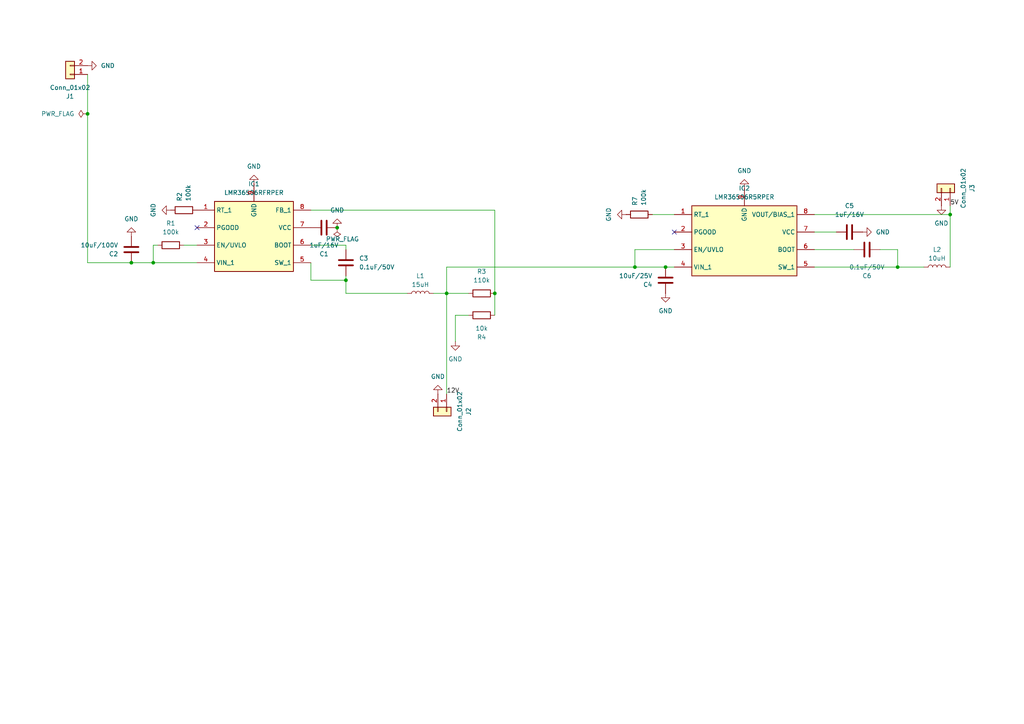
<source format=kicad_sch>
(kicad_sch
	(version 20250114)
	(generator "eeschema")
	(generator_version "9.0")
	(uuid "17aae63a-8b5d-4618-996b-4d9df9bcb383")
	(paper "A4")
	(lib_symbols
		(symbol "Connector_Generic:Conn_01x02"
			(pin_names
				(offset 1.016)
				(hide yes)
			)
			(exclude_from_sim no)
			(in_bom yes)
			(on_board yes)
			(property "Reference" "J"
				(at 0 2.54 0)
				(effects
					(font
						(size 1.27 1.27)
					)
				)
			)
			(property "Value" "Conn_01x02"
				(at 0 -5.08 0)
				(effects
					(font
						(size 1.27 1.27)
					)
				)
			)
			(property "Footprint" ""
				(at 0 0 0)
				(effects
					(font
						(size 1.27 1.27)
					)
					(hide yes)
				)
			)
			(property "Datasheet" "~"
				(at 0 0 0)
				(effects
					(font
						(size 1.27 1.27)
					)
					(hide yes)
				)
			)
			(property "Description" "Generic connector, single row, 01x02, script generated (kicad-library-utils/schlib/autogen/connector/)"
				(at 0 0 0)
				(effects
					(font
						(size 1.27 1.27)
					)
					(hide yes)
				)
			)
			(property "ki_keywords" "connector"
				(at 0 0 0)
				(effects
					(font
						(size 1.27 1.27)
					)
					(hide yes)
				)
			)
			(property "ki_fp_filters" "Connector*:*_1x??_*"
				(at 0 0 0)
				(effects
					(font
						(size 1.27 1.27)
					)
					(hide yes)
				)
			)
			(symbol "Conn_01x02_1_1"
				(rectangle
					(start -1.27 1.27)
					(end 1.27 -3.81)
					(stroke
						(width 0.254)
						(type default)
					)
					(fill
						(type background)
					)
				)
				(rectangle
					(start -1.27 0.127)
					(end 0 -0.127)
					(stroke
						(width 0.1524)
						(type default)
					)
					(fill
						(type none)
					)
				)
				(rectangle
					(start -1.27 -2.413)
					(end 0 -2.667)
					(stroke
						(width 0.1524)
						(type default)
					)
					(fill
						(type none)
					)
				)
				(pin passive line
					(at -5.08 0 0)
					(length 3.81)
					(name "Pin_1"
						(effects
							(font
								(size 1.27 1.27)
							)
						)
					)
					(number "1"
						(effects
							(font
								(size 1.27 1.27)
							)
						)
					)
				)
				(pin passive line
					(at -5.08 -2.54 0)
					(length 3.81)
					(name "Pin_2"
						(effects
							(font
								(size 1.27 1.27)
							)
						)
					)
					(number "2"
						(effects
							(font
								(size 1.27 1.27)
							)
						)
					)
				)
			)
			(embedded_fonts no)
		)
		(symbol "Device:C"
			(pin_numbers
				(hide yes)
			)
			(pin_names
				(offset 0.254)
			)
			(exclude_from_sim no)
			(in_bom yes)
			(on_board yes)
			(property "Reference" "C"
				(at 0.635 2.54 0)
				(effects
					(font
						(size 1.27 1.27)
					)
					(justify left)
				)
			)
			(property "Value" "C"
				(at 0.635 -2.54 0)
				(effects
					(font
						(size 1.27 1.27)
					)
					(justify left)
				)
			)
			(property "Footprint" ""
				(at 0.9652 -3.81 0)
				(effects
					(font
						(size 1.27 1.27)
					)
					(hide yes)
				)
			)
			(property "Datasheet" "~"
				(at 0 0 0)
				(effects
					(font
						(size 1.27 1.27)
					)
					(hide yes)
				)
			)
			(property "Description" "Unpolarized capacitor"
				(at 0 0 0)
				(effects
					(font
						(size 1.27 1.27)
					)
					(hide yes)
				)
			)
			(property "ki_keywords" "cap capacitor"
				(at 0 0 0)
				(effects
					(font
						(size 1.27 1.27)
					)
					(hide yes)
				)
			)
			(property "ki_fp_filters" "C_*"
				(at 0 0 0)
				(effects
					(font
						(size 1.27 1.27)
					)
					(hide yes)
				)
			)
			(symbol "C_0_1"
				(polyline
					(pts
						(xy -2.032 0.762) (xy 2.032 0.762)
					)
					(stroke
						(width 0.508)
						(type default)
					)
					(fill
						(type none)
					)
				)
				(polyline
					(pts
						(xy -2.032 -0.762) (xy 2.032 -0.762)
					)
					(stroke
						(width 0.508)
						(type default)
					)
					(fill
						(type none)
					)
				)
			)
			(symbol "C_1_1"
				(pin passive line
					(at 0 3.81 270)
					(length 2.794)
					(name "~"
						(effects
							(font
								(size 1.27 1.27)
							)
						)
					)
					(number "1"
						(effects
							(font
								(size 1.27 1.27)
							)
						)
					)
				)
				(pin passive line
					(at 0 -3.81 90)
					(length 2.794)
					(name "~"
						(effects
							(font
								(size 1.27 1.27)
							)
						)
					)
					(number "2"
						(effects
							(font
								(size 1.27 1.27)
							)
						)
					)
				)
			)
			(embedded_fonts no)
		)
		(symbol "Device:L"
			(pin_numbers
				(hide yes)
			)
			(pin_names
				(offset 1.016)
				(hide yes)
			)
			(exclude_from_sim no)
			(in_bom yes)
			(on_board yes)
			(property "Reference" "L"
				(at -1.27 0 90)
				(effects
					(font
						(size 1.27 1.27)
					)
				)
			)
			(property "Value" "L"
				(at 1.905 0 90)
				(effects
					(font
						(size 1.27 1.27)
					)
				)
			)
			(property "Footprint" ""
				(at 0 0 0)
				(effects
					(font
						(size 1.27 1.27)
					)
					(hide yes)
				)
			)
			(property "Datasheet" "~"
				(at 0 0 0)
				(effects
					(font
						(size 1.27 1.27)
					)
					(hide yes)
				)
			)
			(property "Description" "Inductor"
				(at 0 0 0)
				(effects
					(font
						(size 1.27 1.27)
					)
					(hide yes)
				)
			)
			(property "ki_keywords" "inductor choke coil reactor magnetic"
				(at 0 0 0)
				(effects
					(font
						(size 1.27 1.27)
					)
					(hide yes)
				)
			)
			(property "ki_fp_filters" "Choke_* *Coil* Inductor_* L_*"
				(at 0 0 0)
				(effects
					(font
						(size 1.27 1.27)
					)
					(hide yes)
				)
			)
			(symbol "L_0_1"
				(arc
					(start 0 2.54)
					(mid 0.6323 1.905)
					(end 0 1.27)
					(stroke
						(width 0)
						(type default)
					)
					(fill
						(type none)
					)
				)
				(arc
					(start 0 1.27)
					(mid 0.6323 0.635)
					(end 0 0)
					(stroke
						(width 0)
						(type default)
					)
					(fill
						(type none)
					)
				)
				(arc
					(start 0 0)
					(mid 0.6323 -0.635)
					(end 0 -1.27)
					(stroke
						(width 0)
						(type default)
					)
					(fill
						(type none)
					)
				)
				(arc
					(start 0 -1.27)
					(mid 0.6323 -1.905)
					(end 0 -2.54)
					(stroke
						(width 0)
						(type default)
					)
					(fill
						(type none)
					)
				)
			)
			(symbol "L_1_1"
				(pin passive line
					(at 0 3.81 270)
					(length 1.27)
					(name "1"
						(effects
							(font
								(size 1.27 1.27)
							)
						)
					)
					(number "1"
						(effects
							(font
								(size 1.27 1.27)
							)
						)
					)
				)
				(pin passive line
					(at 0 -3.81 90)
					(length 1.27)
					(name "2"
						(effects
							(font
								(size 1.27 1.27)
							)
						)
					)
					(number "2"
						(effects
							(font
								(size 1.27 1.27)
							)
						)
					)
				)
			)
			(embedded_fonts no)
		)
		(symbol "Device:R"
			(pin_numbers
				(hide yes)
			)
			(pin_names
				(offset 0)
			)
			(exclude_from_sim no)
			(in_bom yes)
			(on_board yes)
			(property "Reference" "R"
				(at 2.032 0 90)
				(effects
					(font
						(size 1.27 1.27)
					)
				)
			)
			(property "Value" "R"
				(at 0 0 90)
				(effects
					(font
						(size 1.27 1.27)
					)
				)
			)
			(property "Footprint" ""
				(at -1.778 0 90)
				(effects
					(font
						(size 1.27 1.27)
					)
					(hide yes)
				)
			)
			(property "Datasheet" "~"
				(at 0 0 0)
				(effects
					(font
						(size 1.27 1.27)
					)
					(hide yes)
				)
			)
			(property "Description" "Resistor"
				(at 0 0 0)
				(effects
					(font
						(size 1.27 1.27)
					)
					(hide yes)
				)
			)
			(property "ki_keywords" "R res resistor"
				(at 0 0 0)
				(effects
					(font
						(size 1.27 1.27)
					)
					(hide yes)
				)
			)
			(property "ki_fp_filters" "R_*"
				(at 0 0 0)
				(effects
					(font
						(size 1.27 1.27)
					)
					(hide yes)
				)
			)
			(symbol "R_0_1"
				(rectangle
					(start -1.016 -2.54)
					(end 1.016 2.54)
					(stroke
						(width 0.254)
						(type default)
					)
					(fill
						(type none)
					)
				)
			)
			(symbol "R_1_1"
				(pin passive line
					(at 0 3.81 270)
					(length 1.27)
					(name "~"
						(effects
							(font
								(size 1.27 1.27)
							)
						)
					)
					(number "1"
						(effects
							(font
								(size 1.27 1.27)
							)
						)
					)
				)
				(pin passive line
					(at 0 -3.81 90)
					(length 1.27)
					(name "~"
						(effects
							(font
								(size 1.27 1.27)
							)
						)
					)
					(number "2"
						(effects
							(font
								(size 1.27 1.27)
							)
						)
					)
				)
			)
			(embedded_fonts no)
		)
		(symbol "LMR36506R5RPER:LMR36506R5RPER"
			(exclude_from_sim no)
			(in_bom yes)
			(on_board yes)
			(property "Reference" "IC2"
				(at 20.32 7.62 0)
				(effects
					(font
						(size 1.27 1.27)
					)
				)
			)
			(property "Value" "LMR36506R5RPER"
				(at 20.32 5.08 0)
				(effects
					(font
						(size 1.27 1.27)
					)
				)
			)
			(property "Footprint" "LMR36506R5RPER:CONV_LMR36503MSC5RPERQ1"
				(at 36.83 -94.92 0)
				(effects
					(font
						(size 1.27 1.27)
					)
					(justify left top)
					(hide yes)
				)
			)
			(property "Datasheet" "https://www.ti.com/lit/ds/symlink/lmr36506.pdf?ts=1624134006847&ref_url=https%253A%252F%252Fwww.ti.com%252Fproduct%252FLMR36506"
				(at 36.83 -194.92 0)
				(effects
					(font
						(size 1.27 1.27)
					)
					(justify left top)
					(hide yes)
				)
			)
			(property "Description" "LMR36506R5RPER"
				(at 0 0 0)
				(effects
					(font
						(size 1.27 1.27)
					)
					(hide yes)
				)
			)
			(property "Height" "1"
				(at 36.83 -394.92 0)
				(effects
					(font
						(size 1.27 1.27)
					)
					(justify left top)
					(hide yes)
				)
			)
			(property "Mouser Part Number" "595-LMR36506R5RPER"
				(at 36.83 -494.92 0)
				(effects
					(font
						(size 1.27 1.27)
					)
					(justify left top)
					(hide yes)
				)
			)
			(property "Mouser Price/Stock" "https://www.mouser.co.uk/ProductDetail/Texas-Instruments/LMR36506R5RPER?qs=pUKx8fyJudCpnWxxh%2FOzpw%3D%3D"
				(at 36.83 -594.92 0)
				(effects
					(font
						(size 1.27 1.27)
					)
					(justify left top)
					(hide yes)
				)
			)
			(property "Manufacturer_Name" "Texas Instruments"
				(at 36.83 -694.92 0)
				(effects
					(font
						(size 1.27 1.27)
					)
					(justify left top)
					(hide yes)
				)
			)
			(property "Manufacturer_Part_Number" "LMR36506R5RPER"
				(at 36.83 -794.92 0)
				(effects
					(font
						(size 1.27 1.27)
					)
					(justify left top)
					(hide yes)
				)
			)
			(symbol "LMR36506R5RPER_1_1"
				(rectangle
					(start 5.08 2.54)
					(end 35.56 -17.78)
					(stroke
						(width 0.254)
						(type default)
					)
					(fill
						(type background)
					)
				)
				(pin passive line
					(at 0 0 0)
					(length 5.08)
					(name "RT_1"
						(effects
							(font
								(size 1.27 1.27)
							)
						)
					)
					(number "1"
						(effects
							(font
								(size 1.27 1.27)
							)
						)
					)
				)
				(pin passive line
					(at 0 -5.08 0)
					(length 5.08)
					(name "PGOOD"
						(effects
							(font
								(size 1.27 1.27)
							)
						)
					)
					(number "2"
						(effects
							(font
								(size 1.27 1.27)
							)
						)
					)
				)
				(pin passive line
					(at 0 -10.16 0)
					(length 5.08)
					(name "EN/UVLO"
						(effects
							(font
								(size 1.27 1.27)
							)
						)
					)
					(number "3"
						(effects
							(font
								(size 1.27 1.27)
							)
						)
					)
				)
				(pin passive line
					(at 0 -15.24 0)
					(length 5.08)
					(name "VIN_1"
						(effects
							(font
								(size 1.27 1.27)
							)
						)
					)
					(number "4"
						(effects
							(font
								(size 1.27 1.27)
							)
						)
					)
				)
				(pin passive line
					(at 20.32 7.62 270)
					(length 5.08)
					(name "GND"
						(effects
							(font
								(size 1.27 1.27)
							)
						)
					)
					(number "9"
						(effects
							(font
								(size 1.27 1.27)
							)
						)
					)
				)
				(pin passive line
					(at 40.64 0 180)
					(length 5.08)
					(name "VOUT/BIAS_1"
						(effects
							(font
								(size 1.27 1.27)
							)
						)
					)
					(number "8"
						(effects
							(font
								(size 1.27 1.27)
							)
						)
					)
				)
				(pin passive line
					(at 40.64 -5.08 180)
					(length 5.08)
					(name "VCC"
						(effects
							(font
								(size 1.27 1.27)
							)
						)
					)
					(number "7"
						(effects
							(font
								(size 1.27 1.27)
							)
						)
					)
				)
				(pin passive line
					(at 40.64 -10.16 180)
					(length 5.08)
					(name "BOOT"
						(effects
							(font
								(size 1.27 1.27)
							)
						)
					)
					(number "6"
						(effects
							(font
								(size 1.27 1.27)
							)
						)
					)
				)
				(pin passive line
					(at 40.64 -15.24 180)
					(length 5.08)
					(name "SW_1"
						(effects
							(font
								(size 1.27 1.27)
							)
						)
					)
					(number "5"
						(effects
							(font
								(size 1.27 1.27)
							)
						)
					)
				)
			)
			(embedded_fonts no)
		)
		(symbol "LMR36506RFRPER:LMR36506RFRPER"
			(exclude_from_sim no)
			(in_bom yes)
			(on_board yes)
			(property "Reference" "IC1"
				(at 16.51 7.62 0)
				(effects
					(font
						(size 1.27 1.27)
					)
				)
			)
			(property "Value" "LMR36506RFRPER"
				(at 16.51 5.08 0)
				(effects
					(font
						(size 1.27 1.27)
					)
				)
			)
			(property "Footprint" "Package_DFN_QFN:Texas_R-PUQFN-N12"
				(at 29.21 -94.92 0)
				(effects
					(font
						(size 1.27 1.27)
					)
					(justify left top)
					(hide yes)
				)
			)
			(property "Datasheet" "https://www.ti.com/lit/ds/symlink/lmr36506.pdf?ts=1630563273108&ref_url=https%253A%252F%252Fwww.ti.com%252Fproduct%252FLMR36506"
				(at 29.21 -194.92 0)
				(effects
					(font
						(size 1.27 1.27)
					)
					(justify left top)
					(hide yes)
				)
			)
			(property "Description" "Switching Voltage Regulators 3-V to 65-V, 0.6-A ultra-small synchronous buck converter with 4 A IQ 9-VQFN-HR -40 to 150"
				(at 0 0 0)
				(effects
					(font
						(size 1.27 1.27)
					)
					(hide yes)
				)
			)
			(property "Height" "1"
				(at 29.21 -394.92 0)
				(effects
					(font
						(size 1.27 1.27)
					)
					(justify left top)
					(hide yes)
				)
			)
			(property "Mouser Part Number" "595-LMR36506RFRPER"
				(at 29.21 -494.92 0)
				(effects
					(font
						(size 1.27 1.27)
					)
					(justify left top)
					(hide yes)
				)
			)
			(property "Mouser Price/Stock" "https://www.mouser.co.uk/ProductDetail/Texas-Instruments/LMR36506RFRPER?qs=pUKx8fyJudAlSngZLdWpbg%3D%3D"
				(at 29.21 -594.92 0)
				(effects
					(font
						(size 1.27 1.27)
					)
					(justify left top)
					(hide yes)
				)
			)
			(property "Manufacturer_Name" "Texas Instruments"
				(at 29.21 -694.92 0)
				(effects
					(font
						(size 1.27 1.27)
					)
					(justify left top)
					(hide yes)
				)
			)
			(property "Manufacturer_Part_Number" "LMR36506RFRPER"
				(at 29.21 -794.92 0)
				(effects
					(font
						(size 1.27 1.27)
					)
					(justify left top)
					(hide yes)
				)
			)
			(symbol "LMR36506RFRPER_1_1"
				(rectangle
					(start 5.08 2.54)
					(end 27.94 -17.78)
					(stroke
						(width 0.254)
						(type default)
					)
					(fill
						(type background)
					)
				)
				(pin passive line
					(at 0 0 0)
					(length 5.08)
					(name "RT_1"
						(effects
							(font
								(size 1.27 1.27)
							)
						)
					)
					(number "1"
						(effects
							(font
								(size 1.27 1.27)
							)
						)
					)
				)
				(pin passive line
					(at 0 -5.08 0)
					(length 5.08)
					(name "PGOOD"
						(effects
							(font
								(size 1.27 1.27)
							)
						)
					)
					(number "2"
						(effects
							(font
								(size 1.27 1.27)
							)
						)
					)
				)
				(pin passive line
					(at 0 -10.16 0)
					(length 5.08)
					(name "EN/UVLO"
						(effects
							(font
								(size 1.27 1.27)
							)
						)
					)
					(number "3"
						(effects
							(font
								(size 1.27 1.27)
							)
						)
					)
				)
				(pin passive line
					(at 0 -15.24 0)
					(length 5.08)
					(name "VIN_1"
						(effects
							(font
								(size 1.27 1.27)
							)
						)
					)
					(number "4"
						(effects
							(font
								(size 1.27 1.27)
							)
						)
					)
				)
				(pin passive line
					(at 16.51 7.62 270)
					(length 5.08)
					(name "GND"
						(effects
							(font
								(size 1.27 1.27)
							)
						)
					)
					(number "9"
						(effects
							(font
								(size 1.27 1.27)
							)
						)
					)
				)
				(pin passive line
					(at 33.02 0 180)
					(length 5.08)
					(name "FB_1"
						(effects
							(font
								(size 1.27 1.27)
							)
						)
					)
					(number "8"
						(effects
							(font
								(size 1.27 1.27)
							)
						)
					)
				)
				(pin passive line
					(at 33.02 -5.08 180)
					(length 5.08)
					(name "VCC"
						(effects
							(font
								(size 1.27 1.27)
							)
						)
					)
					(number "7"
						(effects
							(font
								(size 1.27 1.27)
							)
						)
					)
				)
				(pin passive line
					(at 33.02 -10.16 180)
					(length 5.08)
					(name "BOOT"
						(effects
							(font
								(size 1.27 1.27)
							)
						)
					)
					(number "6"
						(effects
							(font
								(size 1.27 1.27)
							)
						)
					)
				)
				(pin passive line
					(at 33.02 -15.24 180)
					(length 5.08)
					(name "SW_1"
						(effects
							(font
								(size 1.27 1.27)
							)
						)
					)
					(number "5"
						(effects
							(font
								(size 1.27 1.27)
							)
						)
					)
				)
			)
			(embedded_fonts no)
		)
		(symbol "power:GND"
			(power)
			(pin_numbers
				(hide yes)
			)
			(pin_names
				(offset 0)
				(hide yes)
			)
			(exclude_from_sim no)
			(in_bom yes)
			(on_board yes)
			(property "Reference" "#PWR"
				(at 0 -6.35 0)
				(effects
					(font
						(size 1.27 1.27)
					)
					(hide yes)
				)
			)
			(property "Value" "GND"
				(at 0 -3.81 0)
				(effects
					(font
						(size 1.27 1.27)
					)
				)
			)
			(property "Footprint" ""
				(at 0 0 0)
				(effects
					(font
						(size 1.27 1.27)
					)
					(hide yes)
				)
			)
			(property "Datasheet" ""
				(at 0 0 0)
				(effects
					(font
						(size 1.27 1.27)
					)
					(hide yes)
				)
			)
			(property "Description" "Power symbol creates a global label with name \"GND\" , ground"
				(at 0 0 0)
				(effects
					(font
						(size 1.27 1.27)
					)
					(hide yes)
				)
			)
			(property "ki_keywords" "global power"
				(at 0 0 0)
				(effects
					(font
						(size 1.27 1.27)
					)
					(hide yes)
				)
			)
			(symbol "GND_0_1"
				(polyline
					(pts
						(xy 0 0) (xy 0 -1.27) (xy 1.27 -1.27) (xy 0 -2.54) (xy -1.27 -1.27) (xy 0 -1.27)
					)
					(stroke
						(width 0)
						(type default)
					)
					(fill
						(type none)
					)
				)
			)
			(symbol "GND_1_1"
				(pin power_in line
					(at 0 0 270)
					(length 0)
					(name "~"
						(effects
							(font
								(size 1.27 1.27)
							)
						)
					)
					(number "1"
						(effects
							(font
								(size 1.27 1.27)
							)
						)
					)
				)
			)
			(embedded_fonts no)
		)
		(symbol "power:PWR_FLAG"
			(power)
			(pin_numbers
				(hide yes)
			)
			(pin_names
				(offset 0)
				(hide yes)
			)
			(exclude_from_sim no)
			(in_bom yes)
			(on_board yes)
			(property "Reference" "#FLG"
				(at 0 1.905 0)
				(effects
					(font
						(size 1.27 1.27)
					)
					(hide yes)
				)
			)
			(property "Value" "PWR_FLAG"
				(at 0 3.81 0)
				(effects
					(font
						(size 1.27 1.27)
					)
				)
			)
			(property "Footprint" ""
				(at 0 0 0)
				(effects
					(font
						(size 1.27 1.27)
					)
					(hide yes)
				)
			)
			(property "Datasheet" "~"
				(at 0 0 0)
				(effects
					(font
						(size 1.27 1.27)
					)
					(hide yes)
				)
			)
			(property "Description" "Special symbol for telling ERC where power comes from"
				(at 0 0 0)
				(effects
					(font
						(size 1.27 1.27)
					)
					(hide yes)
				)
			)
			(property "ki_keywords" "flag power"
				(at 0 0 0)
				(effects
					(font
						(size 1.27 1.27)
					)
					(hide yes)
				)
			)
			(symbol "PWR_FLAG_0_0"
				(pin power_out line
					(at 0 0 90)
					(length 0)
					(name "~"
						(effects
							(font
								(size 1.27 1.27)
							)
						)
					)
					(number "1"
						(effects
							(font
								(size 1.27 1.27)
							)
						)
					)
				)
			)
			(symbol "PWR_FLAG_0_1"
				(polyline
					(pts
						(xy 0 0) (xy 0 1.27) (xy -1.016 1.905) (xy 0 2.54) (xy 1.016 1.905) (xy 0 1.27)
					)
					(stroke
						(width 0)
						(type default)
					)
					(fill
						(type none)
					)
				)
			)
			(embedded_fonts no)
		)
	)
	(junction
		(at 97.79 66.04)
		(diameter 0)
		(color 0 0 0 0)
		(uuid "1aaf6000-0e00-4232-ac20-0f793bd912ce")
	)
	(junction
		(at 25.4 33.02)
		(diameter 0)
		(color 0 0 0 0)
		(uuid "21346027-0a72-43d5-8111-c8ccee6b27a8")
	)
	(junction
		(at 100.33 81.28)
		(diameter 0)
		(color 0 0 0 0)
		(uuid "3c57214e-58a9-4695-8cf6-423a0afa6f9d")
	)
	(junction
		(at 129.54 85.09)
		(diameter 0)
		(color 0 0 0 0)
		(uuid "7307e9d4-b492-405e-926f-a4db19c1ceef")
	)
	(junction
		(at 44.45 76.2)
		(diameter 0)
		(color 0 0 0 0)
		(uuid "730a19b8-267f-4326-8b89-59fc8c1d8e6a")
	)
	(junction
		(at 38.1 76.2)
		(diameter 0)
		(color 0 0 0 0)
		(uuid "94353be6-a837-466b-b35a-c1550aecf42c")
	)
	(junction
		(at 193.04 77.47)
		(diameter 0)
		(color 0 0 0 0)
		(uuid "c42ca1df-89a0-442c-ae60-0b544b5b21dc")
	)
	(junction
		(at 184.15 77.47)
		(diameter 0)
		(color 0 0 0 0)
		(uuid "ca865da6-682b-4485-87c7-5b5c46a2cdf3")
	)
	(junction
		(at 260.35 77.47)
		(diameter 0)
		(color 0 0 0 0)
		(uuid "cf076c41-d191-49ad-820a-8bb93dd1119b")
	)
	(junction
		(at 275.59 62.23)
		(diameter 0)
		(color 0 0 0 0)
		(uuid "d0bf4c26-7c4f-4138-a275-c59468c71b90")
	)
	(junction
		(at 143.51 85.09)
		(diameter 0)
		(color 0 0 0 0)
		(uuid "d38c9fde-adbc-4eb9-9f72-9d6f49b40f8d")
	)
	(no_connect
		(at 57.15 66.04)
		(uuid "3e6c26ad-5232-41e2-a270-fabcf748661d")
	)
	(no_connect
		(at 195.58 67.31)
		(uuid "c396e219-5528-4768-9523-8e283fabf213")
	)
	(wire
		(pts
			(xy 38.1 76.2) (xy 44.45 76.2)
		)
		(stroke
			(width 0)
			(type default)
		)
		(uuid "04305978-74f4-4330-90cd-801d84d4d831")
	)
	(wire
		(pts
			(xy 129.54 85.09) (xy 129.54 77.47)
		)
		(stroke
			(width 0)
			(type default)
		)
		(uuid "0fcf4afc-6ff9-4e88-b350-4f83a376abfa")
	)
	(wire
		(pts
			(xy 90.17 76.2) (xy 90.17 81.28)
		)
		(stroke
			(width 0)
			(type default)
		)
		(uuid "155d439a-6d9c-4270-b938-3f3a0df09edf")
	)
	(wire
		(pts
			(xy 236.22 62.23) (xy 275.59 62.23)
		)
		(stroke
			(width 0)
			(type default)
		)
		(uuid "2b3151c9-9df4-42fa-909b-d78a9d88c6e5")
	)
	(wire
		(pts
			(xy 193.04 77.47) (xy 195.58 77.47)
		)
		(stroke
			(width 0)
			(type default)
		)
		(uuid "33cabffb-bc14-4503-9aaa-f9c8b7accf87")
	)
	(wire
		(pts
			(xy 25.4 33.02) (xy 25.4 76.2)
		)
		(stroke
			(width 0)
			(type default)
		)
		(uuid "344d4e17-2b22-4f83-bebd-cdbb5ba33a9a")
	)
	(wire
		(pts
			(xy 90.17 71.12) (xy 100.33 71.12)
		)
		(stroke
			(width 0)
			(type default)
		)
		(uuid "38edf7a0-d96f-4897-b1a4-1cf3a638f22a")
	)
	(wire
		(pts
			(xy 236.22 67.31) (xy 242.57 67.31)
		)
		(stroke
			(width 0)
			(type default)
		)
		(uuid "3a95fece-625f-4aca-a3a2-d46c49d5a4f1")
	)
	(wire
		(pts
			(xy 129.54 85.09) (xy 129.54 114.3)
		)
		(stroke
			(width 0)
			(type default)
		)
		(uuid "3c560eab-d5df-4c6f-a33a-9b2f4e978b36")
	)
	(wire
		(pts
			(xy 260.35 77.47) (xy 267.97 77.47)
		)
		(stroke
			(width 0)
			(type default)
		)
		(uuid "3ec02316-e509-4bed-a1e0-24771b785617")
	)
	(wire
		(pts
			(xy 100.33 80.01) (xy 100.33 81.28)
		)
		(stroke
			(width 0)
			(type default)
		)
		(uuid "4b3a42f1-e65d-47fa-a698-5ab42d0d9432")
	)
	(wire
		(pts
			(xy 260.35 72.39) (xy 260.35 77.47)
		)
		(stroke
			(width 0)
			(type default)
		)
		(uuid "518a783b-bc23-4760-9318-3e7c83e0ec75")
	)
	(wire
		(pts
			(xy 195.58 72.39) (xy 184.15 72.39)
		)
		(stroke
			(width 0)
			(type default)
		)
		(uuid "65b20bec-54bb-4e8d-aadf-87aebcf3aa6f")
	)
	(wire
		(pts
			(xy 275.59 62.23) (xy 275.59 77.47)
		)
		(stroke
			(width 0)
			(type default)
		)
		(uuid "7281c684-b4d2-4e6f-8e68-30ee37e96c62")
	)
	(wire
		(pts
			(xy 129.54 85.09) (xy 135.89 85.09)
		)
		(stroke
			(width 0)
			(type default)
		)
		(uuid "765e9c92-e2b9-4486-9bcc-578f937efb6f")
	)
	(wire
		(pts
			(xy 44.45 71.12) (xy 44.45 76.2)
		)
		(stroke
			(width 0)
			(type default)
		)
		(uuid "78c18180-26d4-420f-a501-2f3b2b7aad0d")
	)
	(wire
		(pts
			(xy 44.45 76.2) (xy 57.15 76.2)
		)
		(stroke
			(width 0)
			(type default)
		)
		(uuid "84acd17c-410c-4a37-8574-6a74010ed66d")
	)
	(wire
		(pts
			(xy 53.34 71.12) (xy 57.15 71.12)
		)
		(stroke
			(width 0)
			(type default)
		)
		(uuid "84bafcf6-14a6-40c6-b348-3a753dad3ba7")
	)
	(wire
		(pts
			(xy 184.15 77.47) (xy 193.04 77.47)
		)
		(stroke
			(width 0)
			(type default)
		)
		(uuid "8811000d-2dcf-4f10-a22b-43ddd65bb503")
	)
	(wire
		(pts
			(xy 132.08 91.44) (xy 132.08 99.06)
		)
		(stroke
			(width 0)
			(type default)
		)
		(uuid "8bb8e7da-096a-4197-bf41-1b99df123b42")
	)
	(wire
		(pts
			(xy 132.08 91.44) (xy 135.89 91.44)
		)
		(stroke
			(width 0)
			(type default)
		)
		(uuid "8d382575-80dc-4b9a-9073-040e6179590c")
	)
	(wire
		(pts
			(xy 25.4 21.59) (xy 25.4 33.02)
		)
		(stroke
			(width 0)
			(type default)
		)
		(uuid "98443cd6-7de8-4b6b-a0b6-28b0574ae36b")
	)
	(wire
		(pts
			(xy 189.23 62.23) (xy 195.58 62.23)
		)
		(stroke
			(width 0)
			(type default)
		)
		(uuid "9e37628c-5338-466c-bd8f-fe16c3d09e82")
	)
	(wire
		(pts
			(xy 255.27 72.39) (xy 260.35 72.39)
		)
		(stroke
			(width 0)
			(type default)
		)
		(uuid "a9a43446-2758-4015-8de0-aaf44c5be5c0")
	)
	(wire
		(pts
			(xy 143.51 85.09) (xy 143.51 91.44)
		)
		(stroke
			(width 0)
			(type default)
		)
		(uuid "ac25ee19-e996-45d4-9170-9391b94cabc6")
	)
	(wire
		(pts
			(xy 45.72 71.12) (xy 44.45 71.12)
		)
		(stroke
			(width 0)
			(type default)
		)
		(uuid "ba226978-4d5d-423f-8544-9dd712da77ba")
	)
	(wire
		(pts
			(xy 90.17 81.28) (xy 100.33 81.28)
		)
		(stroke
			(width 0)
			(type default)
		)
		(uuid "bcecd71d-8020-4390-aecc-b52f6efe0644")
	)
	(wire
		(pts
			(xy 90.17 60.96) (xy 143.51 60.96)
		)
		(stroke
			(width 0)
			(type default)
		)
		(uuid "c6be0096-983c-4582-a414-abca8d56372f")
	)
	(wire
		(pts
			(xy 236.22 77.47) (xy 260.35 77.47)
		)
		(stroke
			(width 0)
			(type default)
		)
		(uuid "c751986a-fe31-4c96-9ae0-799b2a63704d")
	)
	(wire
		(pts
			(xy 129.54 77.47) (xy 184.15 77.47)
		)
		(stroke
			(width 0)
			(type default)
		)
		(uuid "c7c9e200-e640-4fa4-98f5-bae1c7d6fe68")
	)
	(wire
		(pts
			(xy 25.4 76.2) (xy 38.1 76.2)
		)
		(stroke
			(width 0)
			(type default)
		)
		(uuid "cd7d3098-b9d3-44b2-bf88-0116186a8b09")
	)
	(wire
		(pts
			(xy 125.73 85.09) (xy 129.54 85.09)
		)
		(stroke
			(width 0)
			(type default)
		)
		(uuid "de9b9f14-7afc-40de-9bd6-9d58517778fc")
	)
	(wire
		(pts
			(xy 143.51 60.96) (xy 143.51 85.09)
		)
		(stroke
			(width 0)
			(type default)
		)
		(uuid "e0ec5f45-dc2f-43d0-a04e-07c01c7e21d2")
	)
	(wire
		(pts
			(xy 100.33 85.09) (xy 118.11 85.09)
		)
		(stroke
			(width 0)
			(type default)
		)
		(uuid "e2de34af-04af-477a-87c7-b1dc9e8e5373")
	)
	(wire
		(pts
			(xy 100.33 81.28) (xy 100.33 85.09)
		)
		(stroke
			(width 0)
			(type default)
		)
		(uuid "e660de28-625f-41f0-bdb5-3833a07cd84d")
	)
	(wire
		(pts
			(xy 236.22 72.39) (xy 247.65 72.39)
		)
		(stroke
			(width 0)
			(type default)
		)
		(uuid "efd7bab0-5f79-42ea-b8ce-94bcd8ba7e74")
	)
	(wire
		(pts
			(xy 184.15 72.39) (xy 184.15 77.47)
		)
		(stroke
			(width 0)
			(type default)
		)
		(uuid "f0d6e090-3705-42cc-8b59-ae13f1cb422c")
	)
	(wire
		(pts
			(xy 100.33 71.12) (xy 100.33 72.39)
		)
		(stroke
			(width 0)
			(type default)
		)
		(uuid "f1c62a02-b233-478e-af00-0857d970ccb8")
	)
	(wire
		(pts
			(xy 275.59 59.69) (xy 275.59 62.23)
		)
		(stroke
			(width 0)
			(type default)
		)
		(uuid "f2e6025b-c1f8-410e-adda-f4bd1408780f")
	)
	(label "12V"
		(at 129.54 114.3 0)
		(effects
			(font
				(size 1.27 1.27)
			)
			(justify left bottom)
		)
		(uuid "941ab540-b119-4d0f-be8c-d6e33ffb6eb6")
	)
	(label "5V"
		(at 275.59 59.69 0)
		(effects
			(font
				(size 1.27 1.27)
			)
			(justify left bottom)
		)
		(uuid "facef490-e49b-4c26-8bf2-3e5f654c350c")
	)
	(symbol
		(lib_id "Connector_Generic:Conn_01x02")
		(at 275.59 54.61 270)
		(mirror x)
		(unit 1)
		(exclude_from_sim no)
		(in_bom yes)
		(on_board yes)
		(dnp no)
		(uuid "0ba50f2e-2c19-4b45-9225-98120379c46d")
		(property "Reference" "J3"
			(at 281.94 54.61 0)
			(effects
				(font
					(size 1.27 1.27)
				)
			)
		)
		(property "Value" "Conn_01x02"
			(at 279.4 54.61 0)
			(effects
				(font
					(size 1.27 1.27)
				)
			)
		)
		(property "Footprint" "Connector_PinHeader_2.54mm:PinHeader_1x02_P2.54mm_Vertical"
			(at 275.59 54.61 0)
			(effects
				(font
					(size 1.27 1.27)
				)
				(hide yes)
			)
		)
		(property "Datasheet" "~"
			(at 275.59 54.61 0)
			(effects
				(font
					(size 1.27 1.27)
				)
				(hide yes)
			)
		)
		(property "Description" "Generic connector, single row, 01x02, script generated (kicad-library-utils/schlib/autogen/connector/)"
			(at 275.59 54.61 0)
			(effects
				(font
					(size 1.27 1.27)
				)
				(hide yes)
			)
		)
		(pin "1"
			(uuid "41ca523a-5efe-445f-9d6f-8d090a3079d7")
		)
		(pin "2"
			(uuid "40eb4d63-1a47-46af-aae3-de02de714c32")
		)
		(instances
			(project "dual_stepdown_converter"
				(path "/17aae63a-8b5d-4618-996b-4d9df9bcb383"
					(reference "J3")
					(unit 1)
				)
			)
		)
	)
	(symbol
		(lib_id "Device:C")
		(at 251.46 72.39 90)
		(mirror x)
		(unit 1)
		(exclude_from_sim no)
		(in_bom yes)
		(on_board yes)
		(dnp no)
		(uuid "0c5ce25d-3596-45d0-b605-2759077d6cf1")
		(property "Reference" "C6"
			(at 251.46 80.01 90)
			(effects
				(font
					(size 1.27 1.27)
				)
			)
		)
		(property "Value" "0.1uF/50V"
			(at 251.46 77.47 90)
			(effects
				(font
					(size 1.27 1.27)
				)
			)
		)
		(property "Footprint" "Capacitor_SMD:C_0603_1608Metric"
			(at 255.27 73.3552 0)
			(effects
				(font
					(size 1.27 1.27)
				)
				(hide yes)
			)
		)
		(property "Datasheet" "~"
			(at 251.46 72.39 0)
			(effects
				(font
					(size 1.27 1.27)
				)
				(hide yes)
			)
		)
		(property "Description" "Unpolarized capacitor"
			(at 251.46 72.39 0)
			(effects
				(font
					(size 1.27 1.27)
				)
				(hide yes)
			)
		)
		(pin "1"
			(uuid "8caacf0f-d138-4229-8d79-0d39a01162c3")
		)
		(pin "2"
			(uuid "2d28f00e-c04c-4c86-958e-9d39dafad053")
		)
		(instances
			(project ""
				(path "/17aae63a-8b5d-4618-996b-4d9df9bcb383"
					(reference "C6")
					(unit 1)
				)
			)
		)
	)
	(symbol
		(lib_id "power:PWR_FLAG")
		(at 97.79 66.04 180)
		(unit 1)
		(exclude_from_sim no)
		(in_bom yes)
		(on_board yes)
		(dnp no)
		(uuid "137ccebe-b25f-40cb-8ef9-2ca550e7bf9d")
		(property "Reference" "#FLG02"
			(at 97.79 67.945 0)
			(effects
				(font
					(size 1.27 1.27)
				)
				(hide yes)
			)
		)
		(property "Value" "PWR_FLAG"
			(at 99.314 69.342 0)
			(effects
				(font
					(size 1.27 1.27)
				)
			)
		)
		(property "Footprint" ""
			(at 97.79 66.04 0)
			(effects
				(font
					(size 1.27 1.27)
				)
				(hide yes)
			)
		)
		(property "Datasheet" "~"
			(at 97.79 66.04 0)
			(effects
				(font
					(size 1.27 1.27)
				)
				(hide yes)
			)
		)
		(property "Description" "Special symbol for telling ERC where power comes from"
			(at 97.79 66.04 0)
			(effects
				(font
					(size 1.27 1.27)
				)
				(hide yes)
			)
		)
		(pin "1"
			(uuid "af94ae1d-4db3-4980-9355-3d69e19cb42e")
		)
		(instances
			(project ""
				(path "/17aae63a-8b5d-4618-996b-4d9df9bcb383"
					(reference "#FLG02")
					(unit 1)
				)
			)
		)
	)
	(symbol
		(lib_id "Device:R")
		(at 49.53 71.12 90)
		(unit 1)
		(exclude_from_sim no)
		(in_bom yes)
		(on_board yes)
		(dnp no)
		(fields_autoplaced yes)
		(uuid "1456d525-ddba-431e-b1c7-e826247155b5")
		(property "Reference" "R1"
			(at 49.53 64.77 90)
			(effects
				(font
					(size 1.27 1.27)
				)
			)
		)
		(property "Value" "100k"
			(at 49.53 67.31 90)
			(effects
				(font
					(size 1.27 1.27)
				)
			)
		)
		(property "Footprint" "Resistor_SMD:R_0603_1608Metric"
			(at 49.53 72.898 90)
			(effects
				(font
					(size 1.27 1.27)
				)
				(hide yes)
			)
		)
		(property "Datasheet" "~"
			(at 49.53 71.12 0)
			(effects
				(font
					(size 1.27 1.27)
				)
				(hide yes)
			)
		)
		(property "Description" "Resistor"
			(at 49.53 71.12 0)
			(effects
				(font
					(size 1.27 1.27)
				)
				(hide yes)
			)
		)
		(pin "1"
			(uuid "77e63804-4dc5-4e75-a283-fdbf07713d71")
		)
		(pin "2"
			(uuid "ed581ee3-2101-4e90-a1af-ed20cc6589a2")
		)
		(instances
			(project ""
				(path "/17aae63a-8b5d-4618-996b-4d9df9bcb383"
					(reference "R1")
					(unit 1)
				)
			)
		)
	)
	(symbol
		(lib_id "Device:C")
		(at 246.38 67.31 270)
		(unit 1)
		(exclude_from_sim no)
		(in_bom yes)
		(on_board yes)
		(dnp no)
		(uuid "1674b2aa-1d1a-45d6-bd50-29c0d6320c79")
		(property "Reference" "C5"
			(at 246.38 59.69 90)
			(effects
				(font
					(size 1.27 1.27)
				)
			)
		)
		(property "Value" "1uF/16V"
			(at 246.38 62.23 90)
			(effects
				(font
					(size 1.27 1.27)
				)
			)
		)
		(property "Footprint" "Capacitor_SMD:C_0603_1608Metric"
			(at 242.57 68.2752 0)
			(effects
				(font
					(size 1.27 1.27)
				)
				(hide yes)
			)
		)
		(property "Datasheet" "~"
			(at 246.38 67.31 0)
			(effects
				(font
					(size 1.27 1.27)
				)
				(hide yes)
			)
		)
		(property "Description" "Unpolarized capacitor"
			(at 246.38 67.31 0)
			(effects
				(font
					(size 1.27 1.27)
				)
				(hide yes)
			)
		)
		(pin "1"
			(uuid "5e076cdb-59ba-4d67-af4f-53234b8d5cd0")
		)
		(pin "2"
			(uuid "73e10e89-51d8-40c9-9b1f-6eb7b4a2ea7a")
		)
		(instances
			(project ""
				(path "/17aae63a-8b5d-4618-996b-4d9df9bcb383"
					(reference "C5")
					(unit 1)
				)
			)
		)
	)
	(symbol
		(lib_id "Device:C")
		(at 100.33 76.2 180)
		(unit 1)
		(exclude_from_sim no)
		(in_bom yes)
		(on_board yes)
		(dnp no)
		(fields_autoplaced yes)
		(uuid "1909fbe1-31a6-4cd8-b78c-1d6591002f43")
		(property "Reference" "C3"
			(at 104.14 74.9299 0)
			(effects
				(font
					(size 1.27 1.27)
				)
				(justify right)
			)
		)
		(property "Value" "0.1uF/50V"
			(at 104.14 77.4699 0)
			(effects
				(font
					(size 1.27 1.27)
				)
				(justify right)
			)
		)
		(property "Footprint" "Capacitor_SMD:C_0603_1608Metric"
			(at 99.3648 72.39 0)
			(effects
				(font
					(size 1.27 1.27)
				)
				(hide yes)
			)
		)
		(property "Datasheet" "~"
			(at 100.33 76.2 0)
			(effects
				(font
					(size 1.27 1.27)
				)
				(hide yes)
			)
		)
		(property "Description" "Unpolarized capacitor"
			(at 100.33 76.2 0)
			(effects
				(font
					(size 1.27 1.27)
				)
				(hide yes)
			)
		)
		(pin "1"
			(uuid "634be29a-f00a-4d33-bfab-bd9c49891f1b")
		)
		(pin "2"
			(uuid "c8c974c0-d1c8-4eeb-846d-77443d9d357c")
		)
		(instances
			(project ""
				(path "/17aae63a-8b5d-4618-996b-4d9df9bcb383"
					(reference "C3")
					(unit 1)
				)
			)
		)
	)
	(symbol
		(lib_id "power:GND")
		(at 97.79 66.04 180)
		(unit 1)
		(exclude_from_sim no)
		(in_bom yes)
		(on_board yes)
		(dnp no)
		(fields_autoplaced yes)
		(uuid "1f850eed-7600-44a7-931a-7aa78a9fcb42")
		(property "Reference" "#PWR01"
			(at 97.79 59.69 0)
			(effects
				(font
					(size 1.27 1.27)
				)
				(hide yes)
			)
		)
		(property "Value" "GND"
			(at 97.79 60.96 0)
			(effects
				(font
					(size 1.27 1.27)
				)
			)
		)
		(property "Footprint" ""
			(at 97.79 66.04 0)
			(effects
				(font
					(size 1.27 1.27)
				)
				(hide yes)
			)
		)
		(property "Datasheet" ""
			(at 97.79 66.04 0)
			(effects
				(font
					(size 1.27 1.27)
				)
				(hide yes)
			)
		)
		(property "Description" "Power symbol creates a global label with name \"GND\" , ground"
			(at 97.79 66.04 0)
			(effects
				(font
					(size 1.27 1.27)
				)
				(hide yes)
			)
		)
		(pin "1"
			(uuid "3f527f87-f04b-44f2-8e33-431fd66b38c2")
		)
		(instances
			(project ""
				(path "/17aae63a-8b5d-4618-996b-4d9df9bcb383"
					(reference "#PWR01")
					(unit 1)
				)
			)
		)
	)
	(symbol
		(lib_id "power:GND")
		(at 193.04 85.09 0)
		(mirror y)
		(unit 1)
		(exclude_from_sim no)
		(in_bom yes)
		(on_board yes)
		(dnp no)
		(fields_autoplaced yes)
		(uuid "2608fe19-f537-4fdd-acf9-d3a6a9c52db7")
		(property "Reference" "#PWR09"
			(at 193.04 91.44 0)
			(effects
				(font
					(size 1.27 1.27)
				)
				(hide yes)
			)
		)
		(property "Value" "GND"
			(at 193.04 90.17 0)
			(effects
				(font
					(size 1.27 1.27)
				)
			)
		)
		(property "Footprint" ""
			(at 193.04 85.09 0)
			(effects
				(font
					(size 1.27 1.27)
				)
				(hide yes)
			)
		)
		(property "Datasheet" ""
			(at 193.04 85.09 0)
			(effects
				(font
					(size 1.27 1.27)
				)
				(hide yes)
			)
		)
		(property "Description" "Power symbol creates a global label with name \"GND\" , ground"
			(at 193.04 85.09 0)
			(effects
				(font
					(size 1.27 1.27)
				)
				(hide yes)
			)
		)
		(pin "1"
			(uuid "81b94c21-ef39-4d9f-902a-34aafbb587eb")
		)
		(instances
			(project ""
				(path "/17aae63a-8b5d-4618-996b-4d9df9bcb383"
					(reference "#PWR09")
					(unit 1)
				)
			)
		)
	)
	(symbol
		(lib_id "Device:C")
		(at 193.04 81.28 180)
		(unit 1)
		(exclude_from_sim no)
		(in_bom yes)
		(on_board yes)
		(dnp no)
		(fields_autoplaced yes)
		(uuid "3cf3eca3-4dcc-4cc0-9c8f-9ec50cf4b370")
		(property "Reference" "C4"
			(at 189.23 82.5501 0)
			(effects
				(font
					(size 1.27 1.27)
				)
				(justify left)
			)
		)
		(property "Value" "10uF/25V"
			(at 189.23 80.0101 0)
			(effects
				(font
					(size 1.27 1.27)
				)
				(justify left)
			)
		)
		(property "Footprint" "Capacitor_SMD:C_0805_2012Metric"
			(at 192.0748 77.47 0)
			(effects
				(font
					(size 1.27 1.27)
				)
				(hide yes)
			)
		)
		(property "Datasheet" "~"
			(at 193.04 81.28 0)
			(effects
				(font
					(size 1.27 1.27)
				)
				(hide yes)
			)
		)
		(property "Description" "Unpolarized capacitor"
			(at 193.04 81.28 0)
			(effects
				(font
					(size 1.27 1.27)
				)
				(hide yes)
			)
		)
		(pin "2"
			(uuid "c5d74b17-74bd-49c5-b246-19fdc5f28b03")
		)
		(pin "1"
			(uuid "a5b4ddee-db3a-4b38-899b-a2b6bda6883f")
		)
		(instances
			(project ""
				(path "/17aae63a-8b5d-4618-996b-4d9df9bcb383"
					(reference "C4")
					(unit 1)
				)
			)
		)
	)
	(symbol
		(lib_id "Device:R")
		(at 139.7 85.09 90)
		(unit 1)
		(exclude_from_sim no)
		(in_bom yes)
		(on_board yes)
		(dnp no)
		(fields_autoplaced yes)
		(uuid "4e7dc71e-b9c5-4529-bf23-6dffc68aa4f4")
		(property "Reference" "R3"
			(at 139.7 78.74 90)
			(effects
				(font
					(size 1.27 1.27)
				)
			)
		)
		(property "Value" "110k"
			(at 139.7 81.28 90)
			(effects
				(font
					(size 1.27 1.27)
				)
			)
		)
		(property "Footprint" "Resistor_SMD:R_0805_2012Metric"
			(at 139.7 86.868 90)
			(effects
				(font
					(size 1.27 1.27)
				)
				(hide yes)
			)
		)
		(property "Datasheet" "~"
			(at 139.7 85.09 0)
			(effects
				(font
					(size 1.27 1.27)
				)
				(hide yes)
			)
		)
		(property "Description" "Resistor"
			(at 139.7 85.09 0)
			(effects
				(font
					(size 1.27 1.27)
				)
				(hide yes)
			)
		)
		(pin "1"
			(uuid "0c42de8f-39c0-4cdf-ac42-33b374553e90")
		)
		(pin "2"
			(uuid "2481203b-12f9-4231-8ae0-a246b1d9b520")
		)
		(instances
			(project ""
				(path "/17aae63a-8b5d-4618-996b-4d9df9bcb383"
					(reference "R3")
					(unit 1)
				)
			)
		)
	)
	(symbol
		(lib_id "LMR36506RFRPER:LMR36506RFRPER")
		(at 57.15 60.96 0)
		(unit 1)
		(exclude_from_sim no)
		(in_bom yes)
		(on_board yes)
		(dnp no)
		(fields_autoplaced yes)
		(uuid "57e4f2c7-3089-4a89-8d30-2b1040a09d87")
		(property "Reference" "IC1"
			(at 73.66 53.34 0)
			(effects
				(font
					(size 1.27 1.27)
				)
			)
		)
		(property "Value" "LMR36506RFRPER"
			(at 73.66 55.88 0)
			(effects
				(font
					(size 1.27 1.27)
				)
			)
		)
		(property "Footprint" "LMR36506R5RPER:CONV_LMR36503MSC5RPERQ1"
			(at 86.36 155.88 0)
			(effects
				(font
					(size 1.27 1.27)
				)
				(justify left top)
				(hide yes)
			)
		)
		(property "Datasheet" "https://www.ti.com/lit/ds/symlink/lmr36506.pdf?ts=1630563273108&ref_url=https%253A%252F%252Fwww.ti.com%252Fproduct%252FLMR36506"
			(at 86.36 255.88 0)
			(effects
				(font
					(size 1.27 1.27)
				)
				(justify left top)
				(hide yes)
			)
		)
		(property "Description" "Switching Voltage Regulators 3-V to 65-V, 0.6-A ultra-small synchronous buck converter with 4 A IQ 9-VQFN-HR -40 to 150"
			(at 57.15 60.96 0)
			(effects
				(font
					(size 1.27 1.27)
				)
				(hide yes)
			)
		)
		(property "Height" "1"
			(at 86.36 455.88 0)
			(effects
				(font
					(size 1.27 1.27)
				)
				(justify left top)
				(hide yes)
			)
		)
		(property "Mouser Part Number" "595-LMR36506RFRPER"
			(at 86.36 555.88 0)
			(effects
				(font
					(size 1.27 1.27)
				)
				(justify left top)
				(hide yes)
			)
		)
		(property "Mouser Price/Stock" "https://www.mouser.co.uk/ProductDetail/Texas-Instruments/LMR36506RFRPER?qs=pUKx8fyJudAlSngZLdWpbg%3D%3D"
			(at 86.36 655.88 0)
			(effects
				(font
					(size 1.27 1.27)
				)
				(justify left top)
				(hide yes)
			)
		)
		(property "Manufacturer_Name" "Texas Instruments"
			(at 86.36 755.88 0)
			(effects
				(font
					(size 1.27 1.27)
				)
				(justify left top)
				(hide yes)
			)
		)
		(property "Manufacturer_Part_Number" "LMR36506RFRPER"
			(at 86.36 855.88 0)
			(effects
				(font
					(size 1.27 1.27)
				)
				(justify left top)
				(hide yes)
			)
		)
		(pin "2"
			(uuid "33486b0d-ff4a-4a1b-b359-f1add6ba4530")
		)
		(pin "1"
			(uuid "97f69364-259e-4217-a213-5aea5fbc64ff")
		)
		(pin "3"
			(uuid "c0768b54-d985-4027-9014-90a95163e9af")
		)
		(pin "5"
			(uuid "13a333d2-f514-48aa-a7c9-46eb8c5812cc")
		)
		(pin "7"
			(uuid "721dc608-26e4-409b-896e-e60f254eeedf")
		)
		(pin "8"
			(uuid "86f48bc4-3344-4e25-bc9a-81cb5ba9f35e")
		)
		(pin "4"
			(uuid "f71c054a-28b4-4274-8692-a6439e84192f")
		)
		(pin "9"
			(uuid "6c273143-a802-4054-8521-97764b02aea3")
		)
		(pin "6"
			(uuid "77e5fd08-80e0-4668-8a24-491daade526c")
		)
		(instances
			(project ""
				(path "/17aae63a-8b5d-4618-996b-4d9df9bcb383"
					(reference "IC1")
					(unit 1)
				)
			)
		)
	)
	(symbol
		(lib_id "power:GND")
		(at 250.19 67.31 90)
		(unit 1)
		(exclude_from_sim no)
		(in_bom yes)
		(on_board yes)
		(dnp no)
		(fields_autoplaced yes)
		(uuid "591918b7-6646-4e9d-910a-0e8b8f438b8a")
		(property "Reference" "#PWR010"
			(at 256.54 67.31 0)
			(effects
				(font
					(size 1.27 1.27)
				)
				(hide yes)
			)
		)
		(property "Value" "GND"
			(at 254 67.3101 90)
			(effects
				(font
					(size 1.27 1.27)
				)
				(justify right)
			)
		)
		(property "Footprint" ""
			(at 250.19 67.31 0)
			(effects
				(font
					(size 1.27 1.27)
				)
				(hide yes)
			)
		)
		(property "Datasheet" ""
			(at 250.19 67.31 0)
			(effects
				(font
					(size 1.27 1.27)
				)
				(hide yes)
			)
		)
		(property "Description" "Power symbol creates a global label with name \"GND\" , ground"
			(at 250.19 67.31 0)
			(effects
				(font
					(size 1.27 1.27)
				)
				(hide yes)
			)
		)
		(pin "1"
			(uuid "9b98a6bf-f081-4ada-b3cc-fd29db998a71")
		)
		(instances
			(project ""
				(path "/17aae63a-8b5d-4618-996b-4d9df9bcb383"
					(reference "#PWR010")
					(unit 1)
				)
			)
		)
	)
	(symbol
		(lib_id "power:GND")
		(at 49.53 60.96 270)
		(unit 1)
		(exclude_from_sim no)
		(in_bom yes)
		(on_board yes)
		(dnp no)
		(fields_autoplaced yes)
		(uuid "6764f022-2623-4cd2-8359-718cfca6ad5b")
		(property "Reference" "#PWR03"
			(at 43.18 60.96 0)
			(effects
				(font
					(size 1.27 1.27)
				)
				(hide yes)
			)
		)
		(property "Value" "GND"
			(at 44.45 60.96 0)
			(effects
				(font
					(size 1.27 1.27)
				)
			)
		)
		(property "Footprint" ""
			(at 49.53 60.96 0)
			(effects
				(font
					(size 1.27 1.27)
				)
				(hide yes)
			)
		)
		(property "Datasheet" ""
			(at 49.53 60.96 0)
			(effects
				(font
					(size 1.27 1.27)
				)
				(hide yes)
			)
		)
		(property "Description" "Power symbol creates a global label with name \"GND\" , ground"
			(at 49.53 60.96 0)
			(effects
				(font
					(size 1.27 1.27)
				)
				(hide yes)
			)
		)
		(pin "1"
			(uuid "4c91cde3-eb02-4d2f-945c-204d041f7d7c")
		)
		(instances
			(project ""
				(path "/17aae63a-8b5d-4618-996b-4d9df9bcb383"
					(reference "#PWR03")
					(unit 1)
				)
			)
		)
	)
	(symbol
		(lib_id "Connector_Generic:Conn_01x02")
		(at 20.32 21.59 180)
		(unit 1)
		(exclude_from_sim no)
		(in_bom yes)
		(on_board yes)
		(dnp no)
		(uuid "6b729ec4-297a-43e4-be10-a65dbe08f5e7")
		(property "Reference" "J1"
			(at 20.32 27.94 0)
			(effects
				(font
					(size 1.27 1.27)
				)
			)
		)
		(property "Value" "Conn_01x02"
			(at 20.32 25.4 0)
			(effects
				(font
					(size 1.27 1.27)
				)
			)
		)
		(property "Footprint" "Connector_PinHeader_2.54mm:PinHeader_1x02_P2.54mm_Vertical"
			(at 20.32 21.59 0)
			(effects
				(font
					(size 1.27 1.27)
				)
				(hide yes)
			)
		)
		(property "Datasheet" "~"
			(at 20.32 21.59 0)
			(effects
				(font
					(size 1.27 1.27)
				)
				(hide yes)
			)
		)
		(property "Description" "Generic connector, single row, 01x02, script generated (kicad-library-utils/schlib/autogen/connector/)"
			(at 20.32 21.59 0)
			(effects
				(font
					(size 1.27 1.27)
				)
				(hide yes)
			)
		)
		(pin "1"
			(uuid "dc8a319f-449b-4482-a621-f7f6c52a917d")
		)
		(pin "2"
			(uuid "b9860b93-f6a9-419b-95e9-5ff09b37f067")
		)
		(instances
			(project ""
				(path "/17aae63a-8b5d-4618-996b-4d9df9bcb383"
					(reference "J1")
					(unit 1)
				)
			)
		)
	)
	(symbol
		(lib_id "power:GND")
		(at 273.05 59.69 0)
		(unit 1)
		(exclude_from_sim no)
		(in_bom yes)
		(on_board yes)
		(dnp no)
		(fields_autoplaced yes)
		(uuid "816c0544-d755-45e3-9120-3573fe1da7f6")
		(property "Reference" "#PWR012"
			(at 273.05 66.04 0)
			(effects
				(font
					(size 1.27 1.27)
				)
				(hide yes)
			)
		)
		(property "Value" "GND"
			(at 273.05 64.77 0)
			(effects
				(font
					(size 1.27 1.27)
				)
			)
		)
		(property "Footprint" ""
			(at 273.05 59.69 0)
			(effects
				(font
					(size 1.27 1.27)
				)
				(hide yes)
			)
		)
		(property "Datasheet" ""
			(at 273.05 59.69 0)
			(effects
				(font
					(size 1.27 1.27)
				)
				(hide yes)
			)
		)
		(property "Description" "Power symbol creates a global label with name \"GND\" , ground"
			(at 273.05 59.69 0)
			(effects
				(font
					(size 1.27 1.27)
				)
				(hide yes)
			)
		)
		(pin "1"
			(uuid "a993efc4-97a6-48ac-8b3b-79d9618cb874")
		)
		(instances
			(project ""
				(path "/17aae63a-8b5d-4618-996b-4d9df9bcb383"
					(reference "#PWR012")
					(unit 1)
				)
			)
		)
	)
	(symbol
		(lib_id "LMR36506R5RPER:LMR36506R5RPER")
		(at 195.58 62.23 0)
		(unit 1)
		(exclude_from_sim no)
		(in_bom yes)
		(on_board yes)
		(dnp no)
		(fields_autoplaced yes)
		(uuid "88e56573-7924-4172-9d34-5df4072c82f9")
		(property "Reference" "IC2"
			(at 215.9 54.61 0)
			(effects
				(font
					(size 1.27 1.27)
				)
			)
		)
		(property "Value" "LMR36506R5RPER"
			(at 215.9 57.15 0)
			(effects
				(font
					(size 1.27 1.27)
				)
			)
		)
		(property "Footprint" "LMR36506R5RPER:CONV_LMR36503MSC5RPERQ1"
			(at 232.41 157.15 0)
			(effects
				(font
					(size 1.27 1.27)
				)
				(justify left top)
				(hide yes)
			)
		)
		(property "Datasheet" "https://www.ti.com/lit/ds/symlink/lmr36506.pdf?ts=1624134006847&ref_url=https%253A%252F%252Fwww.ti.com%252Fproduct%252FLMR36506"
			(at 232.41 257.15 0)
			(effects
				(font
					(size 1.27 1.27)
				)
				(justify left top)
				(hide yes)
			)
		)
		(property "Description" "LMR36506R5RPER"
			(at 195.58 62.23 0)
			(effects
				(font
					(size 1.27 1.27)
				)
				(hide yes)
			)
		)
		(property "Height" "1"
			(at 232.41 457.15 0)
			(effects
				(font
					(size 1.27 1.27)
				)
				(justify left top)
				(hide yes)
			)
		)
		(property "Mouser Part Number" "595-LMR36506R5RPER"
			(at 232.41 557.15 0)
			(effects
				(font
					(size 1.27 1.27)
				)
				(justify left top)
				(hide yes)
			)
		)
		(property "Mouser Price/Stock" "https://www.mouser.co.uk/ProductDetail/Texas-Instruments/LMR36506R5RPER?qs=pUKx8fyJudCpnWxxh%2FOzpw%3D%3D"
			(at 232.41 657.15 0)
			(effects
				(font
					(size 1.27 1.27)
				)
				(justify left top)
				(hide yes)
			)
		)
		(property "Manufacturer_Name" "Texas Instruments"
			(at 232.41 757.15 0)
			(effects
				(font
					(size 1.27 1.27)
				)
				(justify left top)
				(hide yes)
			)
		)
		(property "Manufacturer_Part_Number" "LMR36506R5RPER"
			(at 232.41 857.15 0)
			(effects
				(font
					(size 1.27 1.27)
				)
				(justify left top)
				(hide yes)
			)
		)
		(pin "2"
			(uuid "36386784-06bc-4988-8eff-9b02da6b5919")
		)
		(pin "4"
			(uuid "b8b0f614-9c18-4429-9e7f-e4500b2d4517")
		)
		(pin "1"
			(uuid "801b741e-680f-4d0c-80a5-1deac8f92d2c")
		)
		(pin "5"
			(uuid "ea6752d4-7402-44e8-85ae-1861ea91777c")
		)
		(pin "8"
			(uuid "89e05461-6ec5-4e22-acb2-c42b7fcc6a2e")
		)
		(pin "3"
			(uuid "b85e434c-f04d-4f57-9824-8441f26b57b1")
		)
		(pin "7"
			(uuid "f21be1c1-3ba5-4863-847b-81572120b493")
		)
		(pin "6"
			(uuid "bee0beaf-d4be-490d-b01d-df1f15533929")
		)
		(pin "9"
			(uuid "1e5698eb-6f71-4fc8-ae78-b3afdc89c6c9")
		)
		(instances
			(project ""
				(path "/17aae63a-8b5d-4618-996b-4d9df9bcb383"
					(reference "IC2")
					(unit 1)
				)
			)
		)
	)
	(symbol
		(lib_id "Device:C")
		(at 93.98 66.04 270)
		(unit 1)
		(exclude_from_sim no)
		(in_bom yes)
		(on_board yes)
		(dnp no)
		(fields_autoplaced yes)
		(uuid "a0243618-830a-4d05-a6ac-1ae9658a1993")
		(property "Reference" "C1"
			(at 93.98 73.66 90)
			(effects
				(font
					(size 1.27 1.27)
				)
			)
		)
		(property "Value" "1uF/16V"
			(at 93.98 71.12 90)
			(effects
				(font
					(size 1.27 1.27)
				)
			)
		)
		(property "Footprint" "Capacitor_SMD:C_0603_1608Metric"
			(at 90.17 67.0052 0)
			(effects
				(font
					(size 1.27 1.27)
				)
				(hide yes)
			)
		)
		(property "Datasheet" ""
			(at 93.98 66.04 0)
			(effects
				(font
					(size 1.27 1.27)
				)
				(hide yes)
			)
		)
		(property "Description" "Unpolarized capacitor"
			(at 93.98 66.04 0)
			(effects
				(font
					(size 1.27 1.27)
				)
				(hide yes)
			)
		)
		(pin "1"
			(uuid "7bc7d591-d82f-445d-b404-bc6cea448267")
		)
		(pin "2"
			(uuid "926b20f5-c83b-49b7-aa51-fafe47e0c389")
		)
		(instances
			(project ""
				(path "/17aae63a-8b5d-4618-996b-4d9df9bcb383"
					(reference "C1")
					(unit 1)
				)
			)
		)
	)
	(symbol
		(lib_id "Device:C")
		(at 38.1 72.39 180)
		(unit 1)
		(exclude_from_sim no)
		(in_bom yes)
		(on_board yes)
		(dnp no)
		(fields_autoplaced yes)
		(uuid "a69ad100-d8a1-4be2-81bf-806b179c0d7d")
		(property "Reference" "C2"
			(at 34.29 73.6601 0)
			(effects
				(font
					(size 1.27 1.27)
				)
				(justify left)
			)
		)
		(property "Value" "10uF/100V"
			(at 34.29 71.1201 0)
			(effects
				(font
					(size 1.27 1.27)
				)
				(justify left)
			)
		)
		(property "Footprint" "Capacitor_SMD:C_1210_3225Metric"
			(at 37.1348 68.58 0)
			(effects
				(font
					(size 1.27 1.27)
				)
				(hide yes)
			)
		)
		(property "Datasheet" "~"
			(at 38.1 72.39 0)
			(effects
				(font
					(size 1.27 1.27)
				)
				(hide yes)
			)
		)
		(property "Description" "Unpolarized capacitor"
			(at 38.1 72.39 0)
			(effects
				(font
					(size 1.27 1.27)
				)
				(hide yes)
			)
		)
		(pin "1"
			(uuid "2ed34a75-b4fa-4df8-9628-8d265fa453d1")
		)
		(pin "2"
			(uuid "bfff55ee-750c-4461-8e36-85edef51dd36")
		)
		(instances
			(project ""
				(path "/17aae63a-8b5d-4618-996b-4d9df9bcb383"
					(reference "C2")
					(unit 1)
				)
			)
		)
	)
	(symbol
		(lib_id "power:GND")
		(at 215.9 54.61 180)
		(unit 1)
		(exclude_from_sim no)
		(in_bom yes)
		(on_board yes)
		(dnp no)
		(fields_autoplaced yes)
		(uuid "a88bab96-f1ba-4db2-ba62-3ff96d1babfc")
		(property "Reference" "#PWR07"
			(at 215.9 48.26 0)
			(effects
				(font
					(size 1.27 1.27)
				)
				(hide yes)
			)
		)
		(property "Value" "GND"
			(at 215.9 49.53 0)
			(effects
				(font
					(size 1.27 1.27)
				)
			)
		)
		(property "Footprint" ""
			(at 215.9 54.61 0)
			(effects
				(font
					(size 1.27 1.27)
				)
				(hide yes)
			)
		)
		(property "Datasheet" ""
			(at 215.9 54.61 0)
			(effects
				(font
					(size 1.27 1.27)
				)
				(hide yes)
			)
		)
		(property "Description" "Power symbol creates a global label with name \"GND\" , ground"
			(at 215.9 54.61 0)
			(effects
				(font
					(size 1.27 1.27)
				)
				(hide yes)
			)
		)
		(pin "1"
			(uuid "ed0b9a95-dac6-4e19-9689-b31be2e9d547")
		)
		(instances
			(project ""
				(path "/17aae63a-8b5d-4618-996b-4d9df9bcb383"
					(reference "#PWR07")
					(unit 1)
				)
			)
		)
	)
	(symbol
		(lib_id "power:GND")
		(at 127 114.3 180)
		(unit 1)
		(exclude_from_sim no)
		(in_bom yes)
		(on_board yes)
		(dnp no)
		(fields_autoplaced yes)
		(uuid "b2e307a2-7004-4b57-845e-56ec7956cbaa")
		(property "Reference" "#PWR06"
			(at 127 107.95 0)
			(effects
				(font
					(size 1.27 1.27)
				)
				(hide yes)
			)
		)
		(property "Value" "GND"
			(at 127 109.22 0)
			(effects
				(font
					(size 1.27 1.27)
				)
			)
		)
		(property "Footprint" ""
			(at 127 114.3 0)
			(effects
				(font
					(size 1.27 1.27)
				)
				(hide yes)
			)
		)
		(property "Datasheet" ""
			(at 127 114.3 0)
			(effects
				(font
					(size 1.27 1.27)
				)
				(hide yes)
			)
		)
		(property "Description" "Power symbol creates a global label with name \"GND\" , ground"
			(at 127 114.3 0)
			(effects
				(font
					(size 1.27 1.27)
				)
				(hide yes)
			)
		)
		(pin "1"
			(uuid "9d90c924-f3e1-4078-9f13-557ccb2f5d49")
		)
		(instances
			(project ""
				(path "/17aae63a-8b5d-4618-996b-4d9df9bcb383"
					(reference "#PWR06")
					(unit 1)
				)
			)
		)
	)
	(symbol
		(lib_id "power:GND")
		(at 181.61 62.23 270)
		(unit 1)
		(exclude_from_sim no)
		(in_bom yes)
		(on_board yes)
		(dnp no)
		(fields_autoplaced yes)
		(uuid "b4f17733-519a-49e4-9ddc-70aa1334f159")
		(property "Reference" "#PWR08"
			(at 175.26 62.23 0)
			(effects
				(font
					(size 1.27 1.27)
				)
				(hide yes)
			)
		)
		(property "Value" "GND"
			(at 176.53 62.23 0)
			(effects
				(font
					(size 1.27 1.27)
				)
			)
		)
		(property "Footprint" ""
			(at 181.61 62.23 0)
			(effects
				(font
					(size 1.27 1.27)
				)
				(hide yes)
			)
		)
		(property "Datasheet" ""
			(at 181.61 62.23 0)
			(effects
				(font
					(size 1.27 1.27)
				)
				(hide yes)
			)
		)
		(property "Description" "Power symbol creates a global label with name \"GND\" , ground"
			(at 181.61 62.23 0)
			(effects
				(font
					(size 1.27 1.27)
				)
				(hide yes)
			)
		)
		(pin "1"
			(uuid "b0ee1742-ea97-4676-a7a5-d8f497bd755f")
		)
		(instances
			(project "dual_stepdown_converter"
				(path "/17aae63a-8b5d-4618-996b-4d9df9bcb383"
					(reference "#PWR08")
					(unit 1)
				)
			)
		)
	)
	(symbol
		(lib_id "Device:R")
		(at 139.7 91.44 270)
		(mirror x)
		(unit 1)
		(exclude_from_sim no)
		(in_bom yes)
		(on_board yes)
		(dnp no)
		(uuid "ba7f33d9-3c7b-4e42-8e25-baf6241f6f5c")
		(property "Reference" "R4"
			(at 139.7 97.79 90)
			(effects
				(font
					(size 1.27 1.27)
				)
			)
		)
		(property "Value" "10k"
			(at 139.7 95.25 90)
			(effects
				(font
					(size 1.27 1.27)
				)
			)
		)
		(property "Footprint" "Resistor_SMD:R_0805_2012Metric"
			(at 139.7 93.218 90)
			(effects
				(font
					(size 1.27 1.27)
				)
				(hide yes)
			)
		)
		(property "Datasheet" "~"
			(at 139.7 91.44 0)
			(effects
				(font
					(size 1.27 1.27)
				)
				(hide yes)
			)
		)
		(property "Description" "Resistor"
			(at 139.7 91.44 0)
			(effects
				(font
					(size 1.27 1.27)
				)
				(hide yes)
			)
		)
		(pin "1"
			(uuid "12a58451-9ca5-4629-a3d6-2ed484bc0b70")
		)
		(pin "2"
			(uuid "ac58c7d3-51b8-4503-9897-75f057cb9df2")
		)
		(instances
			(project ""
				(path "/17aae63a-8b5d-4618-996b-4d9df9bcb383"
					(reference "R4")
					(unit 1)
				)
			)
		)
	)
	(symbol
		(lib_id "Device:L")
		(at 121.92 85.09 90)
		(unit 1)
		(exclude_from_sim no)
		(in_bom yes)
		(on_board yes)
		(dnp no)
		(fields_autoplaced yes)
		(uuid "c5cd856d-5505-4e87-a368-1ef99d97f193")
		(property "Reference" "L1"
			(at 121.92 80.01 90)
			(effects
				(font
					(size 1.27 1.27)
				)
			)
		)
		(property "Value" "15uH"
			(at 121.92 82.55 90)
			(effects
				(font
					(size 1.27 1.27)
				)
			)
		)
		(property "Footprint" "Inductor_SMD:L_6.3x6.3_H3"
			(at 121.92 85.09 0)
			(effects
				(font
					(size 1.27 1.27)
				)
				(hide yes)
			)
		)
		(property "Datasheet" "~"
			(at 121.92 85.09 0)
			(effects
				(font
					(size 1.27 1.27)
				)
				(hide yes)
			)
		)
		(property "Description" "Inductor"
			(at 121.92 85.09 0)
			(effects
				(font
					(size 1.27 1.27)
				)
				(hide yes)
			)
		)
		(pin "1"
			(uuid "80eaa3bc-f17a-41aa-88d0-d97208e5dbf2")
		)
		(pin "2"
			(uuid "5a9c2c76-0fc7-4833-a043-963b3d343773")
		)
		(instances
			(project ""
				(path "/17aae63a-8b5d-4618-996b-4d9df9bcb383"
					(reference "L1")
					(unit 1)
				)
			)
		)
	)
	(symbol
		(lib_id "power:GND")
		(at 73.66 53.34 180)
		(unit 1)
		(exclude_from_sim no)
		(in_bom yes)
		(on_board yes)
		(dnp no)
		(fields_autoplaced yes)
		(uuid "e298146f-f620-4885-80cd-73080fd53557")
		(property "Reference" "#PWR04"
			(at 73.66 46.99 0)
			(effects
				(font
					(size 1.27 1.27)
				)
				(hide yes)
			)
		)
		(property "Value" "GND"
			(at 73.66 48.26 0)
			(effects
				(font
					(size 1.27 1.27)
				)
			)
		)
		(property "Footprint" ""
			(at 73.66 53.34 0)
			(effects
				(font
					(size 1.27 1.27)
				)
				(hide yes)
			)
		)
		(property "Datasheet" ""
			(at 73.66 53.34 0)
			(effects
				(font
					(size 1.27 1.27)
				)
				(hide yes)
			)
		)
		(property "Description" "Power symbol creates a global label with name \"GND\" , ground"
			(at 73.66 53.34 0)
			(effects
				(font
					(size 1.27 1.27)
				)
				(hide yes)
			)
		)
		(pin "1"
			(uuid "8e9a9dcd-b521-4e87-8cac-2a7090b43795")
		)
		(instances
			(project ""
				(path "/17aae63a-8b5d-4618-996b-4d9df9bcb383"
					(reference "#PWR04")
					(unit 1)
				)
			)
		)
	)
	(symbol
		(lib_id "Device:R")
		(at 53.34 60.96 270)
		(unit 1)
		(exclude_from_sim no)
		(in_bom yes)
		(on_board yes)
		(dnp no)
		(fields_autoplaced yes)
		(uuid "e3592665-e694-43c4-9868-f2fbd9c2aa0e")
		(property "Reference" "R2"
			(at 52.0699 58.42 0)
			(effects
				(font
					(size 1.27 1.27)
				)
				(justify right)
			)
		)
		(property "Value" "100k"
			(at 54.6099 58.42 0)
			(effects
				(font
					(size 1.27 1.27)
				)
				(justify right)
			)
		)
		(property "Footprint" "Resistor_SMD:R_0603_1608Metric"
			(at 53.34 59.182 90)
			(effects
				(font
					(size 1.27 1.27)
				)
				(hide yes)
			)
		)
		(property "Datasheet" "~"
			(at 53.34 60.96 0)
			(effects
				(font
					(size 1.27 1.27)
				)
				(hide yes)
			)
		)
		(property "Description" "Resistor"
			(at 53.34 60.96 0)
			(effects
				(font
					(size 1.27 1.27)
				)
				(hide yes)
			)
		)
		(pin "1"
			(uuid "a6aa8abb-2eb1-4741-a6f4-b08b380c09fc")
		)
		(pin "2"
			(uuid "eb53199d-e71f-43ac-a2da-dee5fd9a852b")
		)
		(instances
			(project "dual_stepdown_converter"
				(path "/17aae63a-8b5d-4618-996b-4d9df9bcb383"
					(reference "R2")
					(unit 1)
				)
			)
		)
	)
	(symbol
		(lib_id "Device:L")
		(at 271.78 77.47 90)
		(unit 1)
		(exclude_from_sim no)
		(in_bom yes)
		(on_board yes)
		(dnp no)
		(fields_autoplaced yes)
		(uuid "e934fd57-87a2-4c04-a69c-8b36f92ef1b7")
		(property "Reference" "L2"
			(at 271.78 72.39 90)
			(effects
				(font
					(size 1.27 1.27)
				)
			)
		)
		(property "Value" "10uH"
			(at 271.78 74.93 90)
			(effects
				(font
					(size 1.27 1.27)
				)
			)
		)
		(property "Footprint" "Inductor_SMD:L_6.3x6.3_H3"
			(at 271.78 77.47 0)
			(effects
				(font
					(size 1.27 1.27)
				)
				(hide yes)
			)
		)
		(property "Datasheet" "~"
			(at 271.78 77.47 0)
			(effects
				(font
					(size 1.27 1.27)
				)
				(hide yes)
			)
		)
		(property "Description" "Inductor"
			(at 271.78 77.47 0)
			(effects
				(font
					(size 1.27 1.27)
				)
				(hide yes)
			)
		)
		(pin "1"
			(uuid "bf0d3297-d66e-47b8-9d37-9204fb010595")
		)
		(pin "2"
			(uuid "dccfa888-a934-4a26-8913-ed8b2e78195e")
		)
		(instances
			(project ""
				(path "/17aae63a-8b5d-4618-996b-4d9df9bcb383"
					(reference "L2")
					(unit 1)
				)
			)
		)
	)
	(symbol
		(lib_id "Connector_Generic:Conn_01x02")
		(at 129.54 119.38 270)
		(unit 1)
		(exclude_from_sim no)
		(in_bom yes)
		(on_board yes)
		(dnp no)
		(uuid "f3eff81b-4f52-43e1-80bf-e156225a58ad")
		(property "Reference" "J2"
			(at 135.89 119.38 0)
			(effects
				(font
					(size 1.27 1.27)
				)
			)
		)
		(property "Value" "Conn_01x02"
			(at 133.35 119.38 0)
			(effects
				(font
					(size 1.27 1.27)
				)
			)
		)
		(property "Footprint" "Connector_PinHeader_2.54mm:PinHeader_1x02_P2.54mm_Vertical"
			(at 129.54 119.38 0)
			(effects
				(font
					(size 1.27 1.27)
				)
				(hide yes)
			)
		)
		(property "Datasheet" "~"
			(at 129.54 119.38 0)
			(effects
				(font
					(size 1.27 1.27)
				)
				(hide yes)
			)
		)
		(property "Description" "Generic connector, single row, 01x02, script generated (kicad-library-utils/schlib/autogen/connector/)"
			(at 129.54 119.38 0)
			(effects
				(font
					(size 1.27 1.27)
				)
				(hide yes)
			)
		)
		(pin "1"
			(uuid "1ac59915-ca72-402e-9e8b-24931096eba8")
		)
		(pin "2"
			(uuid "044815c8-3fb3-495d-b6b0-d403f4311885")
		)
		(instances
			(project "dual_stepdown_converter"
				(path "/17aae63a-8b5d-4618-996b-4d9df9bcb383"
					(reference "J2")
					(unit 1)
				)
			)
		)
	)
	(symbol
		(lib_id "Device:R")
		(at 185.42 62.23 270)
		(unit 1)
		(exclude_from_sim no)
		(in_bom yes)
		(on_board yes)
		(dnp no)
		(fields_autoplaced yes)
		(uuid "f5b6e600-49b8-4aa5-ba51-8e94a1300e4b")
		(property "Reference" "R7"
			(at 184.1499 59.69 0)
			(effects
				(font
					(size 1.27 1.27)
				)
				(justify right)
			)
		)
		(property "Value" "100k"
			(at 186.6899 59.69 0)
			(effects
				(font
					(size 1.27 1.27)
				)
				(justify right)
			)
		)
		(property "Footprint" "Resistor_SMD:R_0603_1608Metric"
			(at 185.42 60.452 90)
			(effects
				(font
					(size 1.27 1.27)
				)
				(hide yes)
			)
		)
		(property "Datasheet" "~"
			(at 185.42 62.23 0)
			(effects
				(font
					(size 1.27 1.27)
				)
				(hide yes)
			)
		)
		(property "Description" "Resistor"
			(at 185.42 62.23 0)
			(effects
				(font
					(size 1.27 1.27)
				)
				(hide yes)
			)
		)
		(pin "1"
			(uuid "223c6102-ecf6-4d44-8235-79ba51de64d4")
		)
		(pin "2"
			(uuid "9a0dc672-c420-4fb7-9450-5e0456ad410a")
		)
		(instances
			(project "dual_stepdown_converter"
				(path "/17aae63a-8b5d-4618-996b-4d9df9bcb383"
					(reference "R7")
					(unit 1)
				)
			)
		)
	)
	(symbol
		(lib_id "power:GND")
		(at 25.4 19.05 90)
		(unit 1)
		(exclude_from_sim no)
		(in_bom yes)
		(on_board yes)
		(dnp no)
		(fields_autoplaced yes)
		(uuid "f7ce0b4c-4575-4880-9010-98b2967e5eb7")
		(property "Reference" "#PWR011"
			(at 31.75 19.05 0)
			(effects
				(font
					(size 1.27 1.27)
				)
				(hide yes)
			)
		)
		(property "Value" "GND"
			(at 29.21 19.0499 90)
			(effects
				(font
					(size 1.27 1.27)
				)
				(justify right)
			)
		)
		(property "Footprint" ""
			(at 25.4 19.05 0)
			(effects
				(font
					(size 1.27 1.27)
				)
				(hide yes)
			)
		)
		(property "Datasheet" ""
			(at 25.4 19.05 0)
			(effects
				(font
					(size 1.27 1.27)
				)
				(hide yes)
			)
		)
		(property "Description" "Power symbol creates a global label with name \"GND\" , ground"
			(at 25.4 19.05 0)
			(effects
				(font
					(size 1.27 1.27)
				)
				(hide yes)
			)
		)
		(pin "1"
			(uuid "f3a6ab30-6d37-47dd-8986-1ef23c005cde")
		)
		(instances
			(project ""
				(path "/17aae63a-8b5d-4618-996b-4d9df9bcb383"
					(reference "#PWR011")
					(unit 1)
				)
			)
		)
	)
	(symbol
		(lib_id "power:PWR_FLAG")
		(at 25.4 33.02 90)
		(unit 1)
		(exclude_from_sim no)
		(in_bom yes)
		(on_board yes)
		(dnp no)
		(fields_autoplaced yes)
		(uuid "facd56c0-8de3-45e2-a21f-22392991898b")
		(property "Reference" "#FLG01"
			(at 23.495 33.02 0)
			(effects
				(font
					(size 1.27 1.27)
				)
				(hide yes)
			)
		)
		(property "Value" "PWR_FLAG"
			(at 21.59 33.0199 90)
			(effects
				(font
					(size 1.27 1.27)
				)
				(justify left)
			)
		)
		(property "Footprint" ""
			(at 25.4 33.02 0)
			(effects
				(font
					(size 1.27 1.27)
				)
				(hide yes)
			)
		)
		(property "Datasheet" "~"
			(at 25.4 33.02 0)
			(effects
				(font
					(size 1.27 1.27)
				)
				(hide yes)
			)
		)
		(property "Description" "Special symbol for telling ERC where power comes from"
			(at 25.4 33.02 0)
			(effects
				(font
					(size 1.27 1.27)
				)
				(hide yes)
			)
		)
		(pin "1"
			(uuid "d8b5cca9-09e6-49c1-aecd-c7e3440547b8")
		)
		(instances
			(project ""
				(path "/17aae63a-8b5d-4618-996b-4d9df9bcb383"
					(reference "#FLG01")
					(unit 1)
				)
			)
		)
	)
	(symbol
		(lib_id "power:GND")
		(at 132.08 99.06 0)
		(unit 1)
		(exclude_from_sim no)
		(in_bom yes)
		(on_board yes)
		(dnp no)
		(fields_autoplaced yes)
		(uuid "fb329017-3f3e-4719-b77b-1ff48b37714c")
		(property "Reference" "#PWR05"
			(at 132.08 105.41 0)
			(effects
				(font
					(size 1.27 1.27)
				)
				(hide yes)
			)
		)
		(property "Value" "GND"
			(at 132.08 104.14 0)
			(effects
				(font
					(size 1.27 1.27)
				)
			)
		)
		(property "Footprint" ""
			(at 132.08 99.06 0)
			(effects
				(font
					(size 1.27 1.27)
				)
				(hide yes)
			)
		)
		(property "Datasheet" ""
			(at 132.08 99.06 0)
			(effects
				(font
					(size 1.27 1.27)
				)
				(hide yes)
			)
		)
		(property "Description" "Power symbol creates a global label with name \"GND\" , ground"
			(at 132.08 99.06 0)
			(effects
				(font
					(size 1.27 1.27)
				)
				(hide yes)
			)
		)
		(pin "1"
			(uuid "60bddc4e-1e66-4684-b593-cd1ba3fedc79")
		)
		(instances
			(project ""
				(path "/17aae63a-8b5d-4618-996b-4d9df9bcb383"
					(reference "#PWR05")
					(unit 1)
				)
			)
		)
	)
	(symbol
		(lib_id "power:GND")
		(at 38.1 68.58 180)
		(unit 1)
		(exclude_from_sim no)
		(in_bom yes)
		(on_board yes)
		(dnp no)
		(fields_autoplaced yes)
		(uuid "fe96a572-1044-4d76-995d-f632edb72f10")
		(property "Reference" "#PWR02"
			(at 38.1 62.23 0)
			(effects
				(font
					(size 1.27 1.27)
				)
				(hide yes)
			)
		)
		(property "Value" "GND"
			(at 38.1 63.5 0)
			(effects
				(font
					(size 1.27 1.27)
				)
			)
		)
		(property "Footprint" ""
			(at 38.1 68.58 0)
			(effects
				(font
					(size 1.27 1.27)
				)
				(hide yes)
			)
		)
		(property "Datasheet" ""
			(at 38.1 68.58 0)
			(effects
				(font
					(size 1.27 1.27)
				)
				(hide yes)
			)
		)
		(property "Description" "Power symbol creates a global label with name \"GND\" , ground"
			(at 38.1 68.58 0)
			(effects
				(font
					(size 1.27 1.27)
				)
				(hide yes)
			)
		)
		(pin "1"
			(uuid "2fbd6660-9a18-47e7-8926-35ccfd1340a2")
		)
		(instances
			(project ""
				(path "/17aae63a-8b5d-4618-996b-4d9df9bcb383"
					(reference "#PWR02")
					(unit 1)
				)
			)
		)
	)
	(sheet_instances
		(path "/"
			(page "1")
		)
	)
	(embedded_fonts no)
)

</source>
